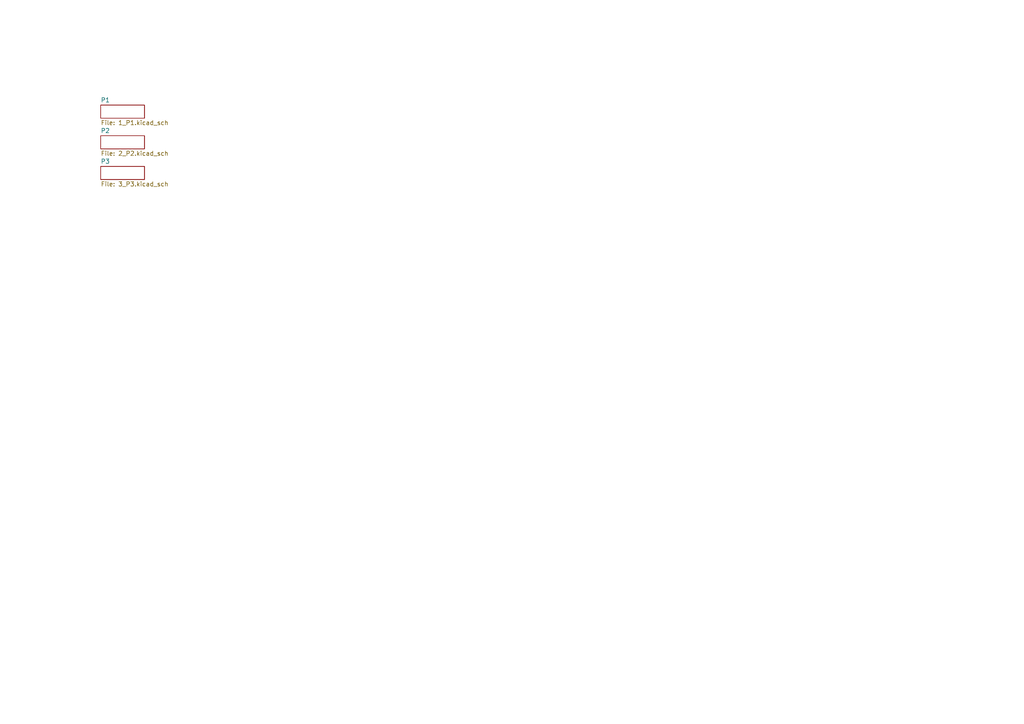
<source format=kicad_sch>
(kicad_sch
	(version 20250114)
	(generator "eeschema")
	(generator_version "9.0")
	(uuid "2a7e57b3-5bbf-459b-bd73-b2368ad605c6")
	(paper "A4")
	(title_block
		(title "IM6100 SAMPLER mini")
		(date "2025-04-12")
	)
	(lib_symbols)
	(sheet
		(at 29.21 48.26)
		(size 12.7 3.81)
		(exclude_from_sim no)
		(in_bom yes)
		(on_board yes)
		(dnp no)
		(fields_autoplaced yes)
		(stroke
			(width 0)
			(type solid)
		)
		(fill
			(color 0 0 0 0.0000)
		)
		(uuid "0f544e18-06b3-48ba-a482-1dc8940cb0c7")
		(property "Sheetname" "P3"
			(at 29.21 47.5484 0)
			(effects
				(font
					(size 1.27 1.27)
				)
				(justify left bottom)
			)
		)
		(property "Sheetfile" "3_P3.kicad_sch"
			(at 29.21 52.6546 0)
			(effects
				(font
					(size 1.27 1.27)
				)
				(justify left top)
			)
		)
		(instances
			(project "IM6100 SAMPLER_v246_2025-04-12-16-11"
				(path "/2a7e57b3-5bbf-459b-bd73-b2368ad605c6"
					(page "3")
				)
			)
		)
	)
	(sheet
		(at 29.21 39.37)
		(size 12.7 3.81)
		(exclude_from_sim no)
		(in_bom yes)
		(on_board yes)
		(dnp no)
		(fields_autoplaced yes)
		(stroke
			(width 0)
			(type solid)
		)
		(fill
			(color 0 0 0 0.0000)
		)
		(uuid "531d5bb5-1859-46ca-91d3-fd40c0030c6f")
		(property "Sheetname" "P2"
			(at 29.21 38.6584 0)
			(effects
				(font
					(size 1.27 1.27)
				)
				(justify left bottom)
			)
		)
		(property "Sheetfile" "2_P2.kicad_sch"
			(at 29.21 43.7646 0)
			(effects
				(font
					(size 1.27 1.27)
				)
				(justify left top)
			)
		)
		(instances
			(project "IM6100 SAMPLER_v246_2025-04-12-16-11"
				(path "/2a7e57b3-5bbf-459b-bd73-b2368ad605c6"
					(page "2")
				)
			)
		)
	)
	(sheet
		(at 29.21 30.48)
		(size 12.7 3.81)
		(exclude_from_sim no)
		(in_bom yes)
		(on_board yes)
		(dnp no)
		(fields_autoplaced yes)
		(stroke
			(width 0)
			(type solid)
		)
		(fill
			(color 0 0 0 0.0000)
		)
		(uuid "95e48f54-28ef-4b60-833e-b06f16a55f82")
		(property "Sheetname" "P1"
			(at 29.21 29.7684 0)
			(effects
				(font
					(size 1.27 1.27)
				)
				(justify left bottom)
			)
		)
		(property "Sheetfile" "1_P1.kicad_sch"
			(at 29.21 34.8746 0)
			(effects
				(font
					(size 1.27 1.27)
				)
				(justify left top)
			)
		)
		(instances
			(project "IM6100 SAMPLER_v246_2025-04-12-16-11"
				(path "/2a7e57b3-5bbf-459b-bd73-b2368ad605c6"
					(page "1")
				)
			)
		)
	)
)

</source>
